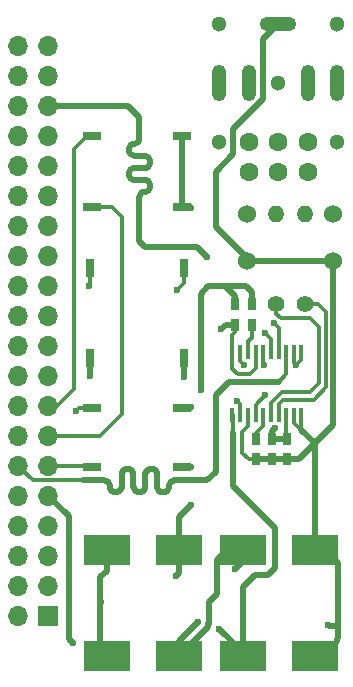
<source format=gbr>
G04 #@! TF.FileFunction,Copper,L1,Top,Signal*
%FSLAX46Y46*%
G04 Gerber Fmt 4.6, Leading zero omitted, Abs format (unit mm)*
G04 Created by KiCad (PCBNEW 4.0.7) date 05/16/18 21:08:28*
%MOMM*%
%LPD*%
G01*
G04 APERTURE LIST*
%ADD10C,0.100000*%
%ADD11R,1.600000X0.760000*%
%ADD12R,0.800000X1.000000*%
%ADD13C,1.524000*%
%ADD14R,4.000000X2.500000*%
%ADD15R,1.700000X1.700000*%
%ADD16O,1.700000X1.700000*%
%ADD17C,1.400000*%
%ADD18O,1.400000X1.400000*%
%ADD19R,0.406400X1.270000*%
%ADD20R,0.760000X1.600000*%
%ADD21C,1.300000*%
%ADD22O,1.200000X3.100000*%
%ADD23O,3.100000X1.200000*%
%ADD24C,1.600000*%
%ADD25C,0.600000*%
%ADD26C,0.500000*%
%ADD27C,0.250000*%
%ADD28C,0.300000*%
G04 APERTURE END LIST*
D10*
D11*
X108190000Y-77000000D03*
X115810000Y-77000000D03*
D12*
X123400000Y-98350000D03*
X123400000Y-96650000D03*
D13*
X121300000Y-81600000D03*
X121300000Y-77600000D03*
X128600000Y-77600000D03*
X128600000Y-81600000D03*
D12*
X124700000Y-98350000D03*
X124700000Y-96650000D03*
X122100000Y-96650000D03*
X122100000Y-98350000D03*
X120300000Y-85250000D03*
X120300000Y-86950000D03*
X121700000Y-86950000D03*
X121700000Y-85250000D03*
D14*
X120950000Y-106000000D03*
X127050000Y-106000000D03*
X115550000Y-115000000D03*
X109450000Y-115000000D03*
X115550000Y-106000000D03*
X109450000Y-106000000D03*
X120950000Y-115000000D03*
X127050000Y-115000000D03*
D15*
X104500000Y-111600000D03*
D16*
X101960000Y-111600000D03*
X104500000Y-109060000D03*
X101960000Y-109060000D03*
X104500000Y-106520000D03*
X101960000Y-106520000D03*
X104500000Y-103980000D03*
X101960000Y-103980000D03*
X104500000Y-101440000D03*
X101960000Y-101440000D03*
X104500000Y-98900000D03*
X101960000Y-98900000D03*
X104500000Y-96360000D03*
X101960000Y-96360000D03*
X104500000Y-93820000D03*
X101960000Y-93820000D03*
X104500000Y-91280000D03*
X101960000Y-91280000D03*
X104500000Y-88740000D03*
X101960000Y-88740000D03*
X104500000Y-86200000D03*
X101960000Y-86200000D03*
X104500000Y-83660000D03*
X101960000Y-83660000D03*
X104500000Y-81120000D03*
X101960000Y-81120000D03*
X104500000Y-78580000D03*
X101960000Y-78580000D03*
X104500000Y-76040000D03*
X101960000Y-76040000D03*
X104500000Y-73500000D03*
X101960000Y-73500000D03*
X104500000Y-70960000D03*
X101960000Y-70960000D03*
X104500000Y-68420000D03*
X101960000Y-68420000D03*
X104500000Y-65880000D03*
X101960000Y-65880000D03*
X104500000Y-63340000D03*
X101960000Y-63340000D03*
D17*
X123800000Y-85200000D03*
D18*
X123800000Y-77580000D03*
D17*
X126200000Y-85200000D03*
D18*
X126200000Y-77580000D03*
D19*
X120079000Y-94567000D03*
X120714000Y-94567000D03*
X121374400Y-94567000D03*
X122034800Y-94567000D03*
X122669800Y-94567000D03*
X123330200Y-94567000D03*
X123990600Y-94567000D03*
X124625600Y-94567000D03*
X125286000Y-94567000D03*
X125921000Y-94567000D03*
X125921000Y-89233000D03*
X125286000Y-89233000D03*
X124625600Y-89233000D03*
X123990600Y-89233000D03*
X123330200Y-89233000D03*
X122669800Y-89233000D03*
X122034800Y-89233000D03*
X121374400Y-89233000D03*
X120714000Y-89233000D03*
X120079000Y-89233000D03*
D20*
X108000000Y-82190000D03*
X108000000Y-89810000D03*
X116000000Y-82190000D03*
X116000000Y-89810000D03*
D11*
X108190000Y-71000000D03*
X115810000Y-71000000D03*
X108190000Y-99000000D03*
X115810000Y-99000000D03*
X108190000Y-94000000D03*
X115810000Y-94000000D03*
D21*
X123950000Y-66500000D03*
D22*
X118950000Y-66500000D03*
X121450000Y-66500000D03*
X126450000Y-66500000D03*
X128950000Y-66500000D03*
D23*
X123950000Y-61500000D03*
D21*
X118950000Y-61500000D03*
X128950000Y-61500000D03*
X128950000Y-71500000D03*
X118950000Y-71500000D03*
D24*
X123950000Y-71500000D03*
X121450000Y-71500000D03*
X126450000Y-71500000D03*
X126450000Y-74000000D03*
X123950000Y-74000000D03*
X121450000Y-74000000D03*
D25*
X127050000Y-102500000D03*
X127050000Y-97008000D03*
X106250000Y-110050000D03*
X106600000Y-113900000D03*
X117400000Y-92450000D03*
X122750000Y-90400000D03*
X125450000Y-90400000D03*
X121050000Y-90400000D03*
X108950000Y-110450000D03*
X128200000Y-112400000D03*
X120100000Y-96200000D03*
X123650000Y-95700000D03*
X118950000Y-112700000D03*
X122850000Y-92950000D03*
X120450000Y-93450000D03*
X116600000Y-77050000D03*
X116000000Y-91400000D03*
X116600000Y-93950000D03*
X116600000Y-99000000D03*
X119150000Y-87350000D03*
X116550000Y-102200000D03*
X108000000Y-91300000D03*
X115300000Y-108200000D03*
X115400000Y-84000000D03*
X107950000Y-83650000D03*
X117900000Y-81200000D03*
X122850000Y-87650000D03*
X123600000Y-86850000D03*
X106850000Y-94250000D03*
X117150000Y-112100000D03*
X118000000Y-112400000D03*
X120300000Y-107650000D03*
D26*
X121300000Y-81600000D02*
X121300000Y-81300000D01*
X121300000Y-81300000D02*
X118650000Y-78650000D01*
X122650000Y-62800000D02*
X123950000Y-61500000D01*
X122650000Y-67850000D02*
X122650000Y-62800000D01*
X120150000Y-70350000D02*
X122650000Y-67850000D01*
X120150000Y-72500000D02*
X120150000Y-70350000D01*
X118650000Y-74000000D02*
X120150000Y-72500000D01*
X118650000Y-78650000D02*
X118650000Y-74000000D01*
D27*
X127050000Y-97000000D02*
X127050000Y-97008000D01*
D26*
X128600000Y-95450000D02*
X128600000Y-81600000D01*
X127050000Y-97000000D02*
X128600000Y-95450000D01*
D28*
X121450000Y-98350000D02*
X122100000Y-98350000D01*
X120900000Y-97800000D02*
X121450000Y-98350000D01*
X120900000Y-96050000D02*
X120900000Y-97800000D01*
X121374400Y-95575600D02*
X120900000Y-96050000D01*
X121374400Y-94567000D02*
X121374400Y-95575600D01*
D26*
X106600000Y-113900000D02*
X106250000Y-113550000D01*
X106250000Y-113550000D02*
X106250000Y-110050000D01*
X106250000Y-103190000D02*
X104500000Y-101440000D01*
X106250000Y-110050000D02*
X106250000Y-103190000D01*
X121300000Y-81600000D02*
X128600000Y-81600000D01*
X124700000Y-98350000D02*
X123400000Y-98350000D01*
X122100000Y-98350000D02*
X123400000Y-98350000D01*
X124700000Y-98350000D02*
X125708000Y-98350000D01*
X125708000Y-98350000D02*
X127050000Y-97008000D01*
D28*
X125286000Y-94567000D02*
X125286000Y-95244000D01*
X125286000Y-95244000D02*
X125921000Y-95879000D01*
X125921000Y-94567000D02*
X125921000Y-95879000D01*
D26*
X127050000Y-97008000D02*
X127050000Y-102500000D01*
X127050000Y-102500000D02*
X127050000Y-106000000D01*
X125921000Y-95879000D02*
X127050000Y-97008000D01*
X129000000Y-112500000D02*
X129000000Y-107450000D01*
X129000000Y-107450000D02*
X129000000Y-107100000D01*
X120300000Y-85250000D02*
X120300000Y-84550000D01*
X120300000Y-84550000D02*
X119450000Y-83700000D01*
X117400000Y-84350000D02*
X117400000Y-92450000D01*
X117400000Y-84350000D02*
X118050000Y-83700000D01*
X118050000Y-83700000D02*
X119450000Y-83700000D01*
X121700000Y-85250000D02*
X121700000Y-84200000D01*
X119450000Y-83700000D02*
X121200000Y-83700000D01*
X121200000Y-83700000D02*
X121700000Y-84200000D01*
D28*
X125286000Y-89233000D02*
X125286000Y-90236000D01*
X125286000Y-90236000D02*
X125450000Y-90400000D01*
X122669800Y-89233000D02*
X122669800Y-90319800D01*
X122669800Y-90319800D02*
X122750000Y-90400000D01*
X125921000Y-89929000D02*
X125921000Y-89233000D01*
X125450000Y-90400000D02*
X125921000Y-89929000D01*
X120714000Y-90064000D02*
X120714000Y-89233000D01*
X121050000Y-90400000D02*
X120714000Y-90064000D01*
D26*
X108950000Y-110450000D02*
X108900000Y-110450000D01*
X108900000Y-110450000D02*
X108950000Y-110450000D01*
X108950000Y-110450000D02*
X108900000Y-110450000D01*
X109450000Y-106000000D02*
X109450000Y-107800000D01*
X108900000Y-108350000D02*
X108900000Y-110450000D01*
X108900000Y-110450000D02*
X108900000Y-114450000D01*
X109450000Y-107800000D02*
X108900000Y-108350000D01*
X108900000Y-114450000D02*
X109450000Y-115000000D01*
X127050000Y-106000000D02*
X127900000Y-106000000D01*
X127900000Y-106000000D02*
X129000000Y-107100000D01*
X129000000Y-107100000D02*
X127050000Y-106000000D01*
X128300000Y-112500000D02*
X129000000Y-112500000D01*
X128200000Y-112400000D02*
X128300000Y-112500000D01*
X127050000Y-115000000D02*
X128400000Y-115000000D01*
X128400000Y-115000000D02*
X129000000Y-113400000D01*
X129000000Y-113400000D02*
X129000000Y-112500000D01*
X127050000Y-114150000D02*
X127050000Y-115000000D01*
D28*
X121850000Y-98250000D02*
X121950000Y-98350000D01*
X120100000Y-96200000D02*
X120100000Y-94588000D01*
X120100000Y-94588000D02*
X120079000Y-94567000D01*
D26*
X123400000Y-96650000D02*
X123400000Y-95950000D01*
X123400000Y-95950000D02*
X123650000Y-95700000D01*
X120950000Y-115000000D02*
X120950000Y-109150000D01*
X120950000Y-109150000D02*
X121950000Y-108150000D01*
X121950000Y-108150000D02*
X123050000Y-108150000D01*
X123050000Y-108150000D02*
X123650000Y-107550000D01*
X123650000Y-107550000D02*
X123650000Y-104200000D01*
X123650000Y-104200000D02*
X120100000Y-100650000D01*
X120100000Y-100650000D02*
X120100000Y-96200000D01*
D28*
X124625600Y-94567000D02*
X124625600Y-96575600D01*
X124625600Y-96575600D02*
X124700000Y-96650000D01*
D26*
X123400000Y-96650000D02*
X124700000Y-96650000D01*
X118950000Y-112700000D02*
X120950000Y-114700000D01*
X120950000Y-114700000D02*
X120950000Y-115000000D01*
D28*
X122100000Y-96650000D02*
X122100000Y-96100000D01*
X122669800Y-95530200D02*
X122669800Y-94567000D01*
X122100000Y-96100000D02*
X122669800Y-95530200D01*
X122034800Y-94567000D02*
X122034800Y-93765200D01*
X122034800Y-93765200D02*
X122850000Y-92950000D01*
X120714000Y-94567000D02*
X120714000Y-93714000D01*
X120714000Y-93714000D02*
X120450000Y-93450000D01*
D26*
X115810000Y-77000000D02*
X115810000Y-71000000D01*
X116350000Y-71000000D02*
X115810000Y-71000000D01*
X116600000Y-77050000D02*
X116550000Y-77000000D01*
X116550000Y-77000000D02*
X115810000Y-77000000D01*
X116000000Y-91400000D02*
X116000000Y-89810000D01*
X116600000Y-93950000D02*
X116550000Y-94000000D01*
X116550000Y-94000000D02*
X115810000Y-94000000D01*
X116600000Y-99000000D02*
X115810000Y-99000000D01*
D28*
X120079000Y-89233000D02*
X120079000Y-90679000D01*
X122034800Y-90665200D02*
X122034800Y-89233000D01*
X121550000Y-91150000D02*
X122034800Y-90665200D01*
X120550000Y-91150000D02*
X121550000Y-91150000D01*
X120079000Y-90679000D02*
X120550000Y-91150000D01*
X120300000Y-86950000D02*
X120300000Y-87600000D01*
X120079000Y-87821000D02*
X120079000Y-89233000D01*
X120300000Y-87600000D02*
X120079000Y-87821000D01*
D26*
X120300000Y-86950000D02*
X119550000Y-86950000D01*
X119550000Y-86950000D02*
X119150000Y-87350000D01*
X115550000Y-106000000D02*
X115550000Y-103200000D01*
X115550000Y-103200000D02*
X116550000Y-102200000D01*
X108000000Y-89810000D02*
X108000000Y-91300000D01*
X115550000Y-107950000D02*
X115550000Y-106000000D01*
X115300000Y-108200000D02*
X115550000Y-107950000D01*
X116600000Y-106900000D02*
X116700000Y-106000000D01*
X116700000Y-106000000D02*
X115550000Y-106000000D01*
D28*
X121374400Y-89233000D02*
X121374400Y-88375600D01*
X121700000Y-88050000D02*
X121700000Y-86950000D01*
X121374400Y-88375600D02*
X121700000Y-88050000D01*
X104500000Y-98900000D02*
X108090000Y-98900000D01*
X108090000Y-98900000D02*
X108190000Y-99000000D01*
D26*
X107400000Y-100150000D02*
X109200000Y-100150000D01*
X110700000Y-100150000D02*
X110700000Y-99653050D01*
X111591581Y-99343208D02*
X111650786Y-99437432D01*
X114749213Y-100431330D02*
X114808418Y-100337106D01*
X111650786Y-99437432D02*
X111687540Y-99542469D01*
X109200000Y-100150000D02*
X109310581Y-100162459D01*
X111086367Y-99168561D02*
X111196949Y-99156101D01*
X113512893Y-99264520D02*
X113591581Y-99343208D01*
X109310581Y-100162459D02*
X109415618Y-100199213D01*
X109588530Y-100337106D02*
X109647735Y-100431330D01*
X110588530Y-100956792D02*
X110647735Y-100862568D01*
X109415618Y-100199213D02*
X109509842Y-100258418D01*
X112203051Y-101143899D02*
X112313632Y-101131439D01*
X110696949Y-100150000D02*
X110700000Y-100150000D01*
X110887106Y-99264520D02*
X110981330Y-99205315D01*
X113086367Y-99168561D02*
X113196949Y-99156101D01*
X109509842Y-100258418D02*
X109588530Y-100337106D01*
X110696949Y-100646949D02*
X110696949Y-100150000D01*
X114086367Y-101131439D02*
X114196949Y-101143899D01*
X109647735Y-100431330D02*
X109684489Y-100536367D01*
X111687540Y-99542469D02*
X111700000Y-99653050D01*
X111196949Y-99156101D02*
X111203051Y-99156101D01*
X110193898Y-101143899D02*
X110200000Y-101143899D01*
X114650786Y-100862568D02*
X114687540Y-100757531D01*
X109684489Y-100536367D02*
X109709408Y-100757531D01*
X114887106Y-100258418D02*
X114981330Y-100199213D01*
X109978279Y-101094685D02*
X110083316Y-101131439D01*
X112808418Y-99343208D02*
X112887106Y-99264520D01*
X112650786Y-100862568D02*
X112687540Y-100757531D01*
X110083316Y-101131439D02*
X110193898Y-101143899D01*
X109709408Y-100757531D02*
X109746162Y-100862568D01*
X112512893Y-101035480D02*
X112591581Y-100956792D01*
X109746162Y-100862568D02*
X109805367Y-100956792D01*
X114418669Y-101094685D02*
X114512893Y-101035480D01*
X109805367Y-100956792D02*
X109884055Y-101035480D01*
X110808418Y-99343208D02*
X110887106Y-99264520D01*
X113712459Y-100757531D02*
X113749213Y-100862568D01*
X109884055Y-101035480D02*
X109978279Y-101094685D01*
X110415618Y-101094685D02*
X110509842Y-101035480D01*
X111313632Y-99168561D02*
X111418669Y-99205315D01*
X110200000Y-101143899D02*
X110310581Y-101131439D01*
X113196949Y-99156101D02*
X113203051Y-99156101D01*
X111203051Y-99156101D02*
X111313632Y-99168561D01*
X111981330Y-101094685D02*
X112086367Y-101131439D01*
X110310581Y-101131439D02*
X110415618Y-101094685D01*
X110509842Y-101035480D02*
X110588530Y-100956792D01*
X113650786Y-99437432D02*
X113687540Y-99542469D01*
X114687540Y-100757531D02*
X114712459Y-100536367D01*
X111808418Y-100956792D02*
X111887106Y-101035480D01*
X110647735Y-100862568D02*
X110684489Y-100757531D01*
X112687540Y-100757531D02*
X112700000Y-100646950D01*
X110684489Y-100757531D02*
X110696949Y-100646949D01*
X113418669Y-99205315D02*
X113512893Y-99264520D01*
X113887106Y-101035480D02*
X113981330Y-101094685D01*
X110712459Y-99542469D02*
X110749213Y-99437432D01*
X110700000Y-99653050D02*
X110712459Y-99542469D01*
X112086367Y-101131439D02*
X112196949Y-101143899D01*
X110749213Y-99437432D02*
X110808418Y-99343208D01*
X110981330Y-99205315D02*
X111086367Y-99168561D01*
X111418669Y-99205315D02*
X111512893Y-99264520D01*
X112591581Y-100956792D02*
X112650786Y-100862568D01*
X111512893Y-99264520D02*
X111591581Y-99343208D01*
X111700000Y-99653050D02*
X111700000Y-100646950D01*
X112981330Y-99205315D02*
X113086367Y-99168561D01*
X112712459Y-99542469D02*
X112749213Y-99437432D01*
X111700000Y-100646950D02*
X111712459Y-100757531D01*
X112313632Y-101131439D02*
X112418669Y-101094685D01*
X111712459Y-100757531D02*
X111749213Y-100862568D01*
X111749213Y-100862568D02*
X111808418Y-100956792D01*
X111887106Y-101035480D02*
X111981330Y-101094685D01*
X112196949Y-101143899D02*
X112203051Y-101143899D01*
X112418669Y-101094685D02*
X112512893Y-101035480D01*
X112700000Y-100646950D02*
X112700000Y-99653050D01*
X112700000Y-99653050D02*
X112712459Y-99542469D01*
X112749213Y-99437432D02*
X112808418Y-99343208D01*
X112887106Y-99264520D02*
X112981330Y-99205315D01*
X113749213Y-100862568D02*
X113808418Y-100956792D01*
X113203051Y-99156101D02*
X113313632Y-99168561D01*
X114591581Y-100956792D02*
X114650786Y-100862568D01*
X113313632Y-99168561D02*
X113418669Y-99205315D01*
X113591581Y-99343208D02*
X113650786Y-99437432D01*
X113687540Y-99542469D02*
X113700000Y-99653050D01*
X118650000Y-92950000D02*
X119800000Y-91800000D01*
X113700000Y-99653050D02*
X113700000Y-100646950D01*
X113700000Y-100646950D02*
X113712459Y-100757531D01*
X113808418Y-100956792D02*
X113887106Y-101035480D01*
X119800000Y-91800000D02*
X124000000Y-91800000D01*
X113981330Y-101094685D02*
X114086367Y-101131439D01*
X114203051Y-101143899D02*
X114313632Y-101131439D01*
X114196949Y-101143899D02*
X114203051Y-101143899D01*
X114313632Y-101131439D02*
X114418669Y-101094685D01*
X114512893Y-101035480D02*
X114591581Y-100956792D01*
X114712459Y-100536367D02*
X114749213Y-100431330D01*
X114808418Y-100337106D02*
X114887106Y-100258418D01*
X114981330Y-100199213D02*
X115086367Y-100162459D01*
X115086367Y-100162459D02*
X115196949Y-100150000D01*
X115196949Y-100150000D02*
X117950000Y-100150000D01*
X117950000Y-100150000D02*
X118650000Y-99450000D01*
X118650000Y-99450000D02*
X118650000Y-92950000D01*
D28*
X101960000Y-98900000D02*
X101960000Y-98910000D01*
X101960000Y-98910000D02*
X103200000Y-100150000D01*
X103200000Y-100150000D02*
X107400000Y-100150000D01*
X124000000Y-91800000D02*
X124625600Y-91174400D01*
X124625600Y-91174400D02*
X124625600Y-89233000D01*
X104500000Y-96360000D02*
X108890000Y-96360000D01*
X109900000Y-77000000D02*
X108190000Y-77000000D01*
X110700000Y-77800000D02*
X109900000Y-77000000D01*
X110700000Y-94550000D02*
X110700000Y-77800000D01*
X108890000Y-96360000D02*
X110700000Y-94550000D01*
X104500000Y-93820000D02*
X105230000Y-93820000D01*
X105230000Y-93820000D02*
X106650000Y-92400000D01*
X106650000Y-92400000D02*
X106650000Y-72100000D01*
X106650000Y-72100000D02*
X107750000Y-71000000D01*
X107750000Y-71000000D02*
X108190000Y-71000000D01*
X116000000Y-83400000D02*
X116000000Y-82190000D01*
X115400000Y-84000000D02*
X116000000Y-83400000D01*
X108000000Y-83600000D02*
X108000000Y-82190000D01*
X107950000Y-83650000D02*
X108000000Y-83600000D01*
D26*
X112447909Y-75743366D02*
X112540467Y-75710979D01*
X117900000Y-81200000D02*
X117050000Y-80350000D01*
X117050000Y-80350000D02*
X112650000Y-80350000D01*
X111489055Y-74604461D02*
X111419716Y-74535122D01*
X112540467Y-75710979D02*
X112735356Y-75689020D01*
X112364878Y-75795538D02*
X112447909Y-75743366D01*
X112650000Y-80350000D02*
X112200000Y-79900000D01*
X111572086Y-74656633D02*
X111489055Y-74604461D01*
X112200000Y-79900000D02*
X112200000Y-76137911D01*
X112910945Y-74795538D02*
X112827914Y-74743366D01*
X113032456Y-73452091D02*
X113064843Y-73359533D01*
X112210980Y-76040466D02*
X112243367Y-75947908D01*
X111367544Y-73947908D02*
X111419716Y-73864877D01*
X111952091Y-71594544D02*
X112035122Y-71542372D01*
X111762089Y-72637911D02*
X111664644Y-72626931D01*
X113064843Y-73040466D02*
X113032456Y-72947908D01*
X111489055Y-73795538D02*
X111572086Y-73743366D01*
X112980284Y-74864877D02*
X112910945Y-74795538D01*
X111664644Y-74689020D02*
X111572086Y-74656633D01*
X111324178Y-74137911D02*
X111335157Y-74040466D01*
X112200000Y-76137911D02*
X112210980Y-76040466D01*
X112910945Y-73604461D02*
X112980284Y-73535122D01*
X113075822Y-75262089D02*
X113075822Y-75137911D01*
X112243367Y-75947908D02*
X112295539Y-75864877D01*
X112637911Y-72700000D02*
X112200000Y-72700000D01*
X111572086Y-73743366D02*
X111664644Y-73710979D01*
X112295539Y-75864877D02*
X112364878Y-75795538D01*
X113064843Y-75359533D02*
X113075822Y-75262089D01*
X112910945Y-75604461D02*
X112980284Y-75535122D01*
X113032456Y-75452091D02*
X113064843Y-75359533D01*
X111335157Y-74359533D02*
X111324178Y-74262089D01*
X112735356Y-75689020D02*
X112827914Y-75656633D01*
X111270000Y-68420000D02*
X104500000Y-68420000D01*
X112980284Y-73535122D02*
X113032456Y-73452091D01*
X112827914Y-75656633D02*
X112910945Y-75604461D01*
X111762089Y-74700000D02*
X111664644Y-74689020D01*
X111419716Y-74535122D02*
X111367544Y-74452091D01*
X112980284Y-75535122D02*
X113032456Y-75452091D01*
X113075822Y-75137911D02*
X113064843Y-75040466D01*
X112200000Y-72700000D02*
X112200000Y-72637911D01*
X113064843Y-75040466D02*
X113032456Y-74947908D01*
X113032456Y-74947908D02*
X112980284Y-74864877D01*
X111419716Y-71802788D02*
X111489055Y-71733449D01*
X112827914Y-74743366D02*
X112735356Y-74710979D01*
X111489055Y-71733449D02*
X111572086Y-71681277D01*
X112735356Y-74710979D02*
X112637911Y-74700000D01*
X112827914Y-73656633D02*
X112910945Y-73604461D01*
X112735356Y-73689020D02*
X112827914Y-73656633D01*
X112189020Y-71297444D02*
X112200000Y-71200000D01*
X112637911Y-74700000D02*
X111762089Y-74700000D01*
X113075822Y-73137911D02*
X113064843Y-73040466D01*
X111367544Y-74452091D02*
X111335157Y-74359533D01*
X111324178Y-74262089D02*
X111324178Y-74137911D01*
X111335157Y-74040466D02*
X111367544Y-73947908D01*
X111419716Y-73864877D02*
X111489055Y-73795538D01*
X111664644Y-73710979D02*
X111762089Y-73700000D01*
X111762089Y-73700000D02*
X112637911Y-73700000D01*
X111324178Y-72075822D02*
X111335157Y-71978377D01*
X112156633Y-71390002D02*
X112189020Y-71297444D01*
X112637911Y-73700000D02*
X112735356Y-73689020D01*
X111335157Y-71978377D02*
X111367544Y-71885819D01*
X113064843Y-73359533D02*
X113075822Y-73262089D01*
X113075822Y-73262089D02*
X113075822Y-73137911D01*
X112200000Y-72637911D02*
X111762089Y-72637911D01*
X113032456Y-72947908D02*
X112980284Y-72864877D01*
X112980284Y-72864877D02*
X112910945Y-72795538D01*
X112910945Y-72795538D02*
X112827914Y-72743366D01*
X112827914Y-72743366D02*
X112735356Y-72710979D01*
X112104461Y-71473033D02*
X112156633Y-71390002D01*
X112735356Y-72710979D02*
X112637911Y-72700000D01*
X111572086Y-72594544D02*
X111489055Y-72542372D01*
X111664644Y-72626931D02*
X111572086Y-72594544D01*
X111489055Y-72542372D02*
X111419716Y-72473033D01*
X111419716Y-72473033D02*
X111367544Y-72390002D01*
X111367544Y-72390002D02*
X111335157Y-72297444D01*
X112200000Y-69350000D02*
X111270000Y-68420000D01*
X111335157Y-72297444D02*
X111324178Y-72200000D01*
X111324178Y-72200000D02*
X111324178Y-72075822D01*
X111367544Y-71885819D02*
X111419716Y-71802788D01*
X111572086Y-71681277D02*
X111664644Y-71648890D01*
X111664644Y-71648890D02*
X111859533Y-71626931D01*
X111859533Y-71626931D02*
X111952091Y-71594544D01*
X112035122Y-71542372D02*
X112104461Y-71473033D01*
X112200000Y-71200000D02*
X112200000Y-69350000D01*
D28*
X123330200Y-89233000D02*
X123330200Y-88130200D01*
X123330200Y-88130200D02*
X122850000Y-87650000D01*
X123990600Y-89233000D02*
X123990600Y-87240600D01*
X123990600Y-87240600D02*
X123600000Y-86850000D01*
X123330200Y-94567000D02*
X123330200Y-93619800D01*
X123800000Y-86050000D02*
X123800000Y-85200000D01*
X124150000Y-86400000D02*
X123800000Y-86050000D01*
X126650000Y-86400000D02*
X124150000Y-86400000D01*
X127400000Y-87150000D02*
X126650000Y-86400000D01*
X127400000Y-91900000D02*
X127400000Y-87150000D01*
X126650000Y-92650000D02*
X127400000Y-91900000D01*
X124300000Y-92650000D02*
X126650000Y-92650000D01*
X123330200Y-93619800D02*
X124300000Y-92650000D01*
X123990600Y-94567000D02*
X123990600Y-93709400D01*
X127350000Y-85200000D02*
X126200000Y-85200000D01*
X127999998Y-85849998D02*
X127350000Y-85200000D01*
X127999998Y-92250002D02*
X127999998Y-85849998D01*
X126950000Y-93300000D02*
X127999998Y-92250002D01*
X124400000Y-93300000D02*
X126950000Y-93300000D01*
X123990600Y-93709400D02*
X124400000Y-93300000D01*
X106850000Y-94250000D02*
X107100000Y-94000000D01*
X107100000Y-94000000D02*
X108190000Y-94000000D01*
D26*
X115550000Y-115000000D02*
X115550000Y-113700000D01*
X115550000Y-113700000D02*
X117150000Y-112100000D01*
X118000000Y-112400000D02*
X118000000Y-112550000D01*
X118000000Y-112550000D02*
X115550000Y-115000000D01*
X118750000Y-106900000D02*
X119650000Y-106000000D01*
X118750000Y-109800000D02*
X118750000Y-106900000D01*
X118100000Y-110450000D02*
X118750000Y-109800000D01*
X118100000Y-112300000D02*
X118100000Y-110450000D01*
X118000000Y-112400000D02*
X118100000Y-112300000D01*
X119650000Y-106000000D02*
X120950000Y-106000000D01*
X120950000Y-106000000D02*
X120950000Y-107000000D01*
X120950000Y-107000000D02*
X120300000Y-107650000D01*
X119500000Y-106000000D02*
X120950000Y-106000000D01*
X120950000Y-106050000D02*
X120950000Y-106000000D01*
M02*

</source>
